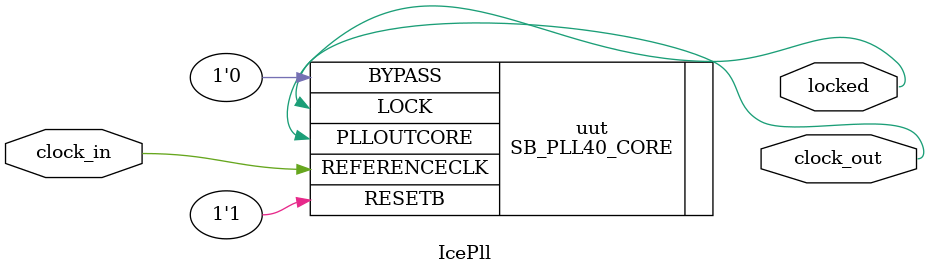
<source format=v>
/**
 * PLL configuration
 *
 * This Verilog module was generated automatically
 * using the icepll tool from the IceStorm project.
 * Use at your own risk.
 *
 * Given input frequency:        12.000 MHz
 * Requested output frequency:   60.000 MHz
 * Achieved output frequency:    60.000 MHz
 */

module IcePll(
	input  clock_in,
	output clock_out,
	output locked
	);

SB_PLL40_CORE #(
		.FEEDBACK_PATH("SIMPLE"),
		.DIVR(4'b0000),		// DIVR =  0
		.DIVF(7'b1001111),	// DIVF = 79
		.DIVQ(3'b100),		// DIVQ =  4
		.FILTER_RANGE(3'b001)	// FILTER_RANGE = 1
	) uut (
		.LOCK(locked),
		.RESETB(1'b1),
		.BYPASS(1'b0),
		.REFERENCECLK(clock_in),
		.PLLOUTCORE(clock_out)
		);

endmodule

</source>
